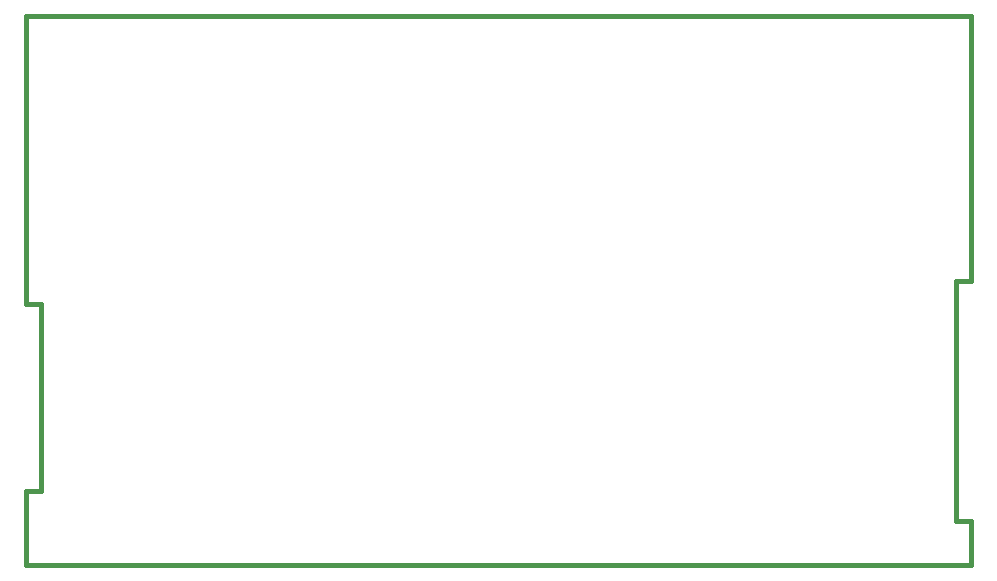
<source format=gm1>
G04 #@! TF.GenerationSoftware,KiCad,Pcbnew,(5.1.10)-1*
G04 #@! TF.CreationDate,2021-09-22T18:51:58-04:00*
G04 #@! TF.ProjectId,SSB6,53534236-2e6b-4696-9361-645f70636258,1*
G04 #@! TF.SameCoordinates,PX8c7ecc0PY46649b0*
G04 #@! TF.FileFunction,Profile,NP*
%FSLAX46Y46*%
G04 Gerber Fmt 4.6, Leading zero omitted, Abs format (unit mm)*
G04 Created by KiCad (PCBNEW (5.1.10)-1) date 2021-09-22 18:51:58*
%MOMM*%
%LPD*%
G01*
G04 APERTURE LIST*
G04 #@! TA.AperFunction,Profile*
%ADD10C,0.381000*%
G04 #@! TD*
G04 APERTURE END LIST*
D10*
X-34905000Y5220000D02*
X-34915000Y27699000D01*
X-34905000Y-15100000D02*
X-34915000Y-18801000D01*
X-36175000Y-15100000D02*
X-34905000Y-15100000D01*
X-36175000Y5220000D02*
X-36175000Y-15100000D01*
X-34905000Y5220000D02*
X-36175000Y5220000D01*
X-114915000Y-12560000D02*
X-114915000Y-18783000D01*
X-114915000Y3315000D02*
X-114915000Y27699000D01*
X-113645000Y3315000D02*
X-114915000Y3315000D01*
X-113645000Y-12560000D02*
X-113645000Y3315000D01*
X-114915000Y-12560000D02*
X-113645000Y-12560000D01*
X-34915000Y-18801000D02*
X-114915000Y-18783000D01*
X-114915000Y27699000D02*
X-38915000Y27699000D01*
X-114915000Y8199000D02*
X-114915000Y27699000D01*
X-34915000Y27699000D02*
X-38915000Y27699000D01*
M02*

</source>
